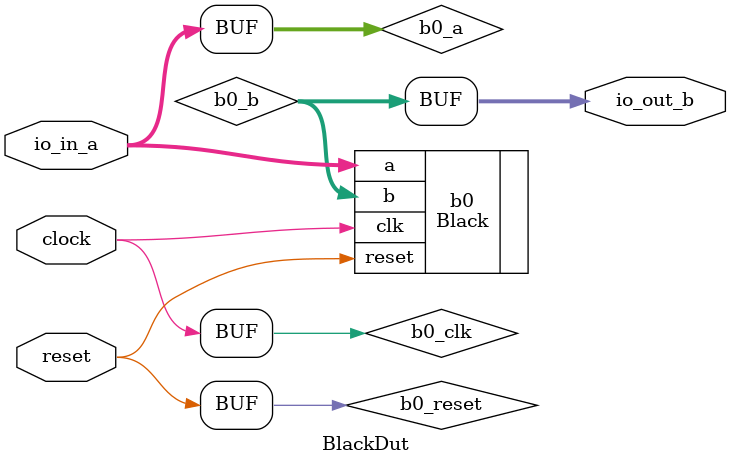
<source format=v>
module BlackDut(
  input         clock,
  input         reset,
  input  [31:0] io_in_a,
  output [7:0]  io_out_b
);
  wire  b0_clk; // @[blackbox.scala 21:20]
  wire  b0_reset; // @[blackbox.scala 21:20]
  wire [31:0] b0_a; // @[blackbox.scala 21:20]
  wire [7:0] b0_b; // @[blackbox.scala 21:20]
  Black b0 ( // @[blackbox.scala 21:20]
    .clk(b0_clk),
    .reset(b0_reset),
    .a(b0_a),
    .b(b0_b)
  );
  assign io_out_b = b0_b; // @[blackbox.scala 24:17]
  assign b0_clk = clock; // @[blackbox.scala 25:17]
  assign b0_reset = reset; // @[blackbox.scala 26:17]
  assign b0_a = io_in_a; // @[blackbox.scala 22:17]
endmodule

</source>
